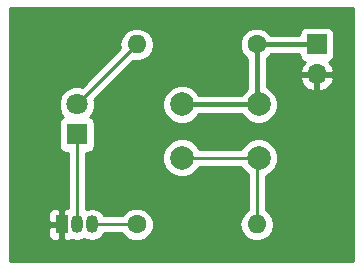
<source format=gtl>
G04 #@! TF.GenerationSoftware,KiCad,Pcbnew,(5.0.0)*
G04 #@! TF.CreationDate,2018-08-12T14:19:39+09:00*
G04 #@! TF.ProjectId,sample01,73616D706C6530312E6B696361645F70,rev?*
G04 #@! TF.SameCoordinates,PX40311b0PY3680a30*
G04 #@! TF.FileFunction,Copper,L1,Top,Signal*
G04 #@! TF.FilePolarity,Positive*
%FSLAX46Y46*%
G04 Gerber Fmt 4.6, Leading zero omitted, Abs format (unit mm)*
G04 Created by KiCad (PCBNEW (5.0.0)) date 08/12/18 14:19:39*
%MOMM*%
%LPD*%
G01*
G04 APERTURE LIST*
G04 #@! TA.AperFunction,ComponentPad*
%ADD10R,1.700000X1.700000*%
G04 #@! TD*
G04 #@! TA.AperFunction,ComponentPad*
%ADD11O,1.700000X1.700000*%
G04 #@! TD*
G04 #@! TA.AperFunction,ComponentPad*
%ADD12R,1.800000X1.800000*%
G04 #@! TD*
G04 #@! TA.AperFunction,ComponentPad*
%ADD13C,1.800000*%
G04 #@! TD*
G04 #@! TA.AperFunction,ComponentPad*
%ADD14O,1.050000X1.500000*%
G04 #@! TD*
G04 #@! TA.AperFunction,ComponentPad*
%ADD15R,1.050000X1.500000*%
G04 #@! TD*
G04 #@! TA.AperFunction,ComponentPad*
%ADD16O,1.600000X1.600000*%
G04 #@! TD*
G04 #@! TA.AperFunction,ComponentPad*
%ADD17C,1.600000*%
G04 #@! TD*
G04 #@! TA.AperFunction,ComponentPad*
%ADD18C,2.000000*%
G04 #@! TD*
G04 #@! TA.AperFunction,ViaPad*
%ADD19C,0.800000*%
G04 #@! TD*
G04 #@! TA.AperFunction,Conductor*
%ADD20C,0.250000*%
G04 #@! TD*
G04 #@! TA.AperFunction,Conductor*
%ADD21C,0.400000*%
G04 #@! TD*
G04 #@! TA.AperFunction,Conductor*
%ADD22C,0.254000*%
G04 #@! TD*
G04 APERTURE END LIST*
D10*
G04 #@! TO.P,J1,1*
G04 #@! TO.N,+5V*
X26670000Y19050000D03*
D11*
G04 #@! TO.P,J1,2*
G04 #@! TO.N,GND*
X26670000Y16510000D03*
G04 #@! TD*
D12*
G04 #@! TO.P,D1,1*
G04 #@! TO.N,Net-(D1-Pad1)*
X6350000Y11430000D03*
D13*
G04 #@! TO.P,D1,2*
G04 #@! TO.N,Net-(D1-Pad2)*
X6350000Y13970000D03*
G04 #@! TD*
D14*
G04 #@! TO.P,Q1,2*
G04 #@! TO.N,Net-(D1-Pad1)*
X6350000Y3810000D03*
G04 #@! TO.P,Q1,3*
G04 #@! TO.N,Net-(Q1-Pad3)*
X7620000Y3810000D03*
D15*
G04 #@! TO.P,Q1,1*
G04 #@! TO.N,GND*
X5080000Y3810000D03*
G04 #@! TD*
D16*
G04 #@! TO.P,R1,2*
G04 #@! TO.N,Net-(R1-Pad2)*
X21590000Y3810000D03*
D17*
G04 #@! TO.P,R1,1*
G04 #@! TO.N,Net-(Q1-Pad3)*
X11430000Y3810000D03*
G04 #@! TD*
G04 #@! TO.P,R2,1*
G04 #@! TO.N,+5V*
X21590000Y19050000D03*
D16*
G04 #@! TO.P,R2,2*
G04 #@! TO.N,Net-(D1-Pad2)*
X11430000Y19050000D03*
G04 #@! TD*
D18*
G04 #@! TO.P,SW1,2*
G04 #@! TO.N,Net-(R1-Pad2)*
X15240000Y9470000D03*
G04 #@! TO.P,SW1,1*
G04 #@! TO.N,+5V*
X15240000Y13970000D03*
G04 #@! TO.P,SW1,2*
G04 #@! TO.N,Net-(R1-Pad2)*
X21740000Y9470000D03*
G04 #@! TO.P,SW1,1*
G04 #@! TO.N,+5V*
X21740000Y13970000D03*
G04 #@! TD*
D19*
G04 #@! TO.N,GND*
X1270000Y3810000D03*
X1270000Y6350000D03*
X1270000Y8890000D03*
X1270000Y11430000D03*
X1270000Y13970000D03*
X1270000Y16510000D03*
X1270000Y19050000D03*
X1270000Y21590000D03*
X29210000Y21590000D03*
X26670000Y21590000D03*
X24130000Y21590000D03*
X21590000Y21590000D03*
X19050000Y21590000D03*
X16510000Y21590000D03*
X13970000Y21590000D03*
X11430000Y21590000D03*
X8890000Y21590000D03*
X6350000Y21590000D03*
X3810000Y21590000D03*
X3810000Y1270000D03*
X6350000Y1270000D03*
X8890000Y1270000D03*
X11430000Y1270000D03*
X13970000Y1270000D03*
X16510000Y1270000D03*
X19050000Y1270000D03*
X21590000Y1270000D03*
X24130000Y1270000D03*
X26670000Y1270000D03*
X29210000Y1270000D03*
X29210000Y3810000D03*
X29210000Y6350000D03*
X29210000Y8890000D03*
X29210000Y11430000D03*
X29210000Y13970000D03*
X29210000Y16510000D03*
X29210000Y19050000D03*
X1270000Y1270000D03*
G04 #@! TD*
D20*
G04 #@! TO.N,Net-(D1-Pad1)*
X6350000Y11430000D02*
X6350000Y3810000D01*
G04 #@! TO.N,Net-(D1-Pad2)*
X11430000Y19050000D02*
X6350000Y13970000D01*
G04 #@! TO.N,Net-(Q1-Pad3)*
X7620000Y3810000D02*
X11430000Y3810000D01*
G04 #@! TO.N,Net-(R1-Pad2)*
X21590000Y9320000D02*
X21740000Y9470000D01*
X21590000Y3810000D02*
X21590000Y9320000D01*
X20325787Y9470000D02*
X15240000Y9470000D01*
X21740000Y9470000D02*
X20325787Y9470000D01*
D21*
G04 #@! TO.N,+5V*
X26670000Y19050000D02*
X21590000Y19050000D01*
X21590000Y14120000D02*
X21740000Y13970000D01*
X21590000Y19050000D02*
X21590000Y14120000D01*
X21740000Y13970000D02*
X15240000Y13970000D01*
G04 #@! TD*
D22*
G04 #@! TO.N,GND*
G36*
X29770001Y710000D02*
X710000Y710000D01*
X710000Y3524250D01*
X3920000Y3524250D01*
X3920000Y2933690D01*
X4016673Y2700301D01*
X4195302Y2521673D01*
X4428691Y2425000D01*
X4794250Y2425000D01*
X4953000Y2583750D01*
X4953000Y3683000D01*
X4078750Y3683000D01*
X3920000Y3524250D01*
X710000Y3524250D01*
X710000Y4686310D01*
X3920000Y4686310D01*
X3920000Y4095750D01*
X4078750Y3937000D01*
X4953000Y3937000D01*
X4953000Y5036250D01*
X4794250Y5195000D01*
X4428691Y5195000D01*
X4195302Y5098327D01*
X4016673Y4919699D01*
X3920000Y4686310D01*
X710000Y4686310D01*
X710000Y12330000D01*
X4802560Y12330000D01*
X4802560Y10530000D01*
X4851843Y10282235D01*
X4992191Y10072191D01*
X5202235Y9931843D01*
X5450000Y9882560D01*
X5590000Y9882560D01*
X5590001Y5195000D01*
X5365750Y5195000D01*
X5207000Y5036250D01*
X5207000Y4234709D01*
X5190000Y4149245D01*
X5190000Y3470754D01*
X5207000Y3385290D01*
X5207000Y2583750D01*
X5365750Y2425000D01*
X5731309Y2425000D01*
X5896016Y2493224D01*
X5897392Y2492305D01*
X6350000Y2402275D01*
X6802609Y2492305D01*
X6985000Y2614175D01*
X7167392Y2492305D01*
X7620000Y2402275D01*
X8072609Y2492305D01*
X8456313Y2748687D01*
X8657643Y3050000D01*
X10191570Y3050000D01*
X10213466Y2997138D01*
X10617138Y2593466D01*
X11144561Y2375000D01*
X11715439Y2375000D01*
X12242862Y2593466D01*
X12646534Y2997138D01*
X12865000Y3524561D01*
X12865000Y4095439D01*
X12646534Y4622862D01*
X12242862Y5026534D01*
X11715439Y5245000D01*
X11144561Y5245000D01*
X10617138Y5026534D01*
X10213466Y4622862D01*
X10191570Y4570000D01*
X8657643Y4570000D01*
X8456313Y4871313D01*
X8072608Y5127695D01*
X7620000Y5217725D01*
X7167391Y5127695D01*
X7110000Y5089348D01*
X7110000Y9795222D01*
X13605000Y9795222D01*
X13605000Y9144778D01*
X13853914Y8543847D01*
X14313847Y8083914D01*
X14914778Y7835000D01*
X15565222Y7835000D01*
X16166153Y8083914D01*
X16626086Y8543847D01*
X16694909Y8710000D01*
X20285091Y8710000D01*
X20353914Y8543847D01*
X20813847Y8083914D01*
X20830001Y8077223D01*
X20830000Y5028044D01*
X20555423Y4844577D01*
X20238260Y4369909D01*
X20126887Y3810000D01*
X20238260Y3250091D01*
X20555423Y2775423D01*
X21030091Y2458260D01*
X21448667Y2375000D01*
X21731333Y2375000D01*
X22149909Y2458260D01*
X22624577Y2775423D01*
X22941740Y3250091D01*
X23053113Y3810000D01*
X22941740Y4369909D01*
X22624577Y4844577D01*
X22350000Y5028043D01*
X22350000Y7952959D01*
X22666153Y8083914D01*
X23126086Y8543847D01*
X23375000Y9144778D01*
X23375000Y9795222D01*
X23126086Y10396153D01*
X22666153Y10856086D01*
X22065222Y11105000D01*
X21414778Y11105000D01*
X20813847Y10856086D01*
X20353914Y10396153D01*
X20285091Y10230000D01*
X16694909Y10230000D01*
X16626086Y10396153D01*
X16166153Y10856086D01*
X15565222Y11105000D01*
X14914778Y11105000D01*
X14313847Y10856086D01*
X13853914Y10396153D01*
X13605000Y9795222D01*
X7110000Y9795222D01*
X7110000Y9882560D01*
X7250000Y9882560D01*
X7497765Y9931843D01*
X7707809Y10072191D01*
X7848157Y10282235D01*
X7897440Y10530000D01*
X7897440Y12330000D01*
X7848157Y12577765D01*
X7707809Y12787809D01*
X7497765Y12928157D01*
X7482092Y12931275D01*
X7651310Y13100493D01*
X7885000Y13664670D01*
X7885000Y14275330D01*
X7876761Y14295222D01*
X13605000Y14295222D01*
X13605000Y13644778D01*
X13853914Y13043847D01*
X14313847Y12583914D01*
X14914778Y12335000D01*
X15565222Y12335000D01*
X16166153Y12583914D01*
X16626086Y13043847D01*
X16663843Y13135000D01*
X20316157Y13135000D01*
X20353914Y13043847D01*
X20813847Y12583914D01*
X21414778Y12335000D01*
X22065222Y12335000D01*
X22666153Y12583914D01*
X23126086Y13043847D01*
X23375000Y13644778D01*
X23375000Y14295222D01*
X23126086Y14896153D01*
X22666153Y15356086D01*
X22425000Y15455975D01*
X22425000Y16153110D01*
X25228524Y16153110D01*
X25398355Y15743076D01*
X25788642Y15314817D01*
X26313108Y15068514D01*
X26543000Y15189181D01*
X26543000Y16383000D01*
X26797000Y16383000D01*
X26797000Y15189181D01*
X27026892Y15068514D01*
X27551358Y15314817D01*
X27941645Y15743076D01*
X28111476Y16153110D01*
X27990155Y16383000D01*
X26797000Y16383000D01*
X26543000Y16383000D01*
X25349845Y16383000D01*
X25228524Y16153110D01*
X22425000Y16153110D01*
X22425000Y17855604D01*
X22784396Y18215000D01*
X25172560Y18215000D01*
X25172560Y18200000D01*
X25221843Y17952235D01*
X25362191Y17742191D01*
X25572235Y17601843D01*
X25675708Y17581261D01*
X25398355Y17276924D01*
X25228524Y16866890D01*
X25349845Y16637000D01*
X26543000Y16637000D01*
X26543000Y16657000D01*
X26797000Y16657000D01*
X26797000Y16637000D01*
X27990155Y16637000D01*
X28111476Y16866890D01*
X27941645Y17276924D01*
X27664292Y17581261D01*
X27767765Y17601843D01*
X27977809Y17742191D01*
X28118157Y17952235D01*
X28167440Y18200000D01*
X28167440Y19900000D01*
X28118157Y20147765D01*
X27977809Y20357809D01*
X27767765Y20498157D01*
X27520000Y20547440D01*
X25820000Y20547440D01*
X25572235Y20498157D01*
X25362191Y20357809D01*
X25221843Y20147765D01*
X25172560Y19900000D01*
X25172560Y19885000D01*
X22784396Y19885000D01*
X22402862Y20266534D01*
X21875439Y20485000D01*
X21304561Y20485000D01*
X20777138Y20266534D01*
X20373466Y19862862D01*
X20155000Y19335439D01*
X20155000Y18764561D01*
X20373466Y18237138D01*
X20755000Y17855604D01*
X20755001Y15297240D01*
X20353914Y14896153D01*
X20316157Y14805000D01*
X16663843Y14805000D01*
X16626086Y14896153D01*
X16166153Y15356086D01*
X15565222Y15605000D01*
X14914778Y15605000D01*
X14313847Y15356086D01*
X13853914Y14896153D01*
X13605000Y14295222D01*
X7876761Y14295222D01*
X7839640Y14384839D01*
X11106114Y17651312D01*
X11288667Y17615000D01*
X11571333Y17615000D01*
X11989909Y17698260D01*
X12464577Y18015423D01*
X12781740Y18490091D01*
X12893113Y19050000D01*
X12781740Y19609909D01*
X12464577Y20084577D01*
X11989909Y20401740D01*
X11571333Y20485000D01*
X11288667Y20485000D01*
X10870091Y20401740D01*
X10395423Y20084577D01*
X10078260Y19609909D01*
X9966887Y19050000D01*
X10031312Y18726114D01*
X6764839Y15459640D01*
X6655330Y15505000D01*
X6044670Y15505000D01*
X5480493Y15271310D01*
X5048690Y14839507D01*
X4815000Y14275330D01*
X4815000Y13664670D01*
X5048690Y13100493D01*
X5217908Y12931275D01*
X5202235Y12928157D01*
X4992191Y12787809D01*
X4851843Y12577765D01*
X4802560Y12330000D01*
X710000Y12330000D01*
X710000Y22150000D01*
X29770000Y22150000D01*
X29770001Y710000D01*
X29770001Y710000D01*
G37*
X29770001Y710000D02*
X710000Y710000D01*
X710000Y3524250D01*
X3920000Y3524250D01*
X3920000Y2933690D01*
X4016673Y2700301D01*
X4195302Y2521673D01*
X4428691Y2425000D01*
X4794250Y2425000D01*
X4953000Y2583750D01*
X4953000Y3683000D01*
X4078750Y3683000D01*
X3920000Y3524250D01*
X710000Y3524250D01*
X710000Y4686310D01*
X3920000Y4686310D01*
X3920000Y4095750D01*
X4078750Y3937000D01*
X4953000Y3937000D01*
X4953000Y5036250D01*
X4794250Y5195000D01*
X4428691Y5195000D01*
X4195302Y5098327D01*
X4016673Y4919699D01*
X3920000Y4686310D01*
X710000Y4686310D01*
X710000Y12330000D01*
X4802560Y12330000D01*
X4802560Y10530000D01*
X4851843Y10282235D01*
X4992191Y10072191D01*
X5202235Y9931843D01*
X5450000Y9882560D01*
X5590000Y9882560D01*
X5590001Y5195000D01*
X5365750Y5195000D01*
X5207000Y5036250D01*
X5207000Y4234709D01*
X5190000Y4149245D01*
X5190000Y3470754D01*
X5207000Y3385290D01*
X5207000Y2583750D01*
X5365750Y2425000D01*
X5731309Y2425000D01*
X5896016Y2493224D01*
X5897392Y2492305D01*
X6350000Y2402275D01*
X6802609Y2492305D01*
X6985000Y2614175D01*
X7167392Y2492305D01*
X7620000Y2402275D01*
X8072609Y2492305D01*
X8456313Y2748687D01*
X8657643Y3050000D01*
X10191570Y3050000D01*
X10213466Y2997138D01*
X10617138Y2593466D01*
X11144561Y2375000D01*
X11715439Y2375000D01*
X12242862Y2593466D01*
X12646534Y2997138D01*
X12865000Y3524561D01*
X12865000Y4095439D01*
X12646534Y4622862D01*
X12242862Y5026534D01*
X11715439Y5245000D01*
X11144561Y5245000D01*
X10617138Y5026534D01*
X10213466Y4622862D01*
X10191570Y4570000D01*
X8657643Y4570000D01*
X8456313Y4871313D01*
X8072608Y5127695D01*
X7620000Y5217725D01*
X7167391Y5127695D01*
X7110000Y5089348D01*
X7110000Y9795222D01*
X13605000Y9795222D01*
X13605000Y9144778D01*
X13853914Y8543847D01*
X14313847Y8083914D01*
X14914778Y7835000D01*
X15565222Y7835000D01*
X16166153Y8083914D01*
X16626086Y8543847D01*
X16694909Y8710000D01*
X20285091Y8710000D01*
X20353914Y8543847D01*
X20813847Y8083914D01*
X20830001Y8077223D01*
X20830000Y5028044D01*
X20555423Y4844577D01*
X20238260Y4369909D01*
X20126887Y3810000D01*
X20238260Y3250091D01*
X20555423Y2775423D01*
X21030091Y2458260D01*
X21448667Y2375000D01*
X21731333Y2375000D01*
X22149909Y2458260D01*
X22624577Y2775423D01*
X22941740Y3250091D01*
X23053113Y3810000D01*
X22941740Y4369909D01*
X22624577Y4844577D01*
X22350000Y5028043D01*
X22350000Y7952959D01*
X22666153Y8083914D01*
X23126086Y8543847D01*
X23375000Y9144778D01*
X23375000Y9795222D01*
X23126086Y10396153D01*
X22666153Y10856086D01*
X22065222Y11105000D01*
X21414778Y11105000D01*
X20813847Y10856086D01*
X20353914Y10396153D01*
X20285091Y10230000D01*
X16694909Y10230000D01*
X16626086Y10396153D01*
X16166153Y10856086D01*
X15565222Y11105000D01*
X14914778Y11105000D01*
X14313847Y10856086D01*
X13853914Y10396153D01*
X13605000Y9795222D01*
X7110000Y9795222D01*
X7110000Y9882560D01*
X7250000Y9882560D01*
X7497765Y9931843D01*
X7707809Y10072191D01*
X7848157Y10282235D01*
X7897440Y10530000D01*
X7897440Y12330000D01*
X7848157Y12577765D01*
X7707809Y12787809D01*
X7497765Y12928157D01*
X7482092Y12931275D01*
X7651310Y13100493D01*
X7885000Y13664670D01*
X7885000Y14275330D01*
X7876761Y14295222D01*
X13605000Y14295222D01*
X13605000Y13644778D01*
X13853914Y13043847D01*
X14313847Y12583914D01*
X14914778Y12335000D01*
X15565222Y12335000D01*
X16166153Y12583914D01*
X16626086Y13043847D01*
X16663843Y13135000D01*
X20316157Y13135000D01*
X20353914Y13043847D01*
X20813847Y12583914D01*
X21414778Y12335000D01*
X22065222Y12335000D01*
X22666153Y12583914D01*
X23126086Y13043847D01*
X23375000Y13644778D01*
X23375000Y14295222D01*
X23126086Y14896153D01*
X22666153Y15356086D01*
X22425000Y15455975D01*
X22425000Y16153110D01*
X25228524Y16153110D01*
X25398355Y15743076D01*
X25788642Y15314817D01*
X26313108Y15068514D01*
X26543000Y15189181D01*
X26543000Y16383000D01*
X26797000Y16383000D01*
X26797000Y15189181D01*
X27026892Y15068514D01*
X27551358Y15314817D01*
X27941645Y15743076D01*
X28111476Y16153110D01*
X27990155Y16383000D01*
X26797000Y16383000D01*
X26543000Y16383000D01*
X25349845Y16383000D01*
X25228524Y16153110D01*
X22425000Y16153110D01*
X22425000Y17855604D01*
X22784396Y18215000D01*
X25172560Y18215000D01*
X25172560Y18200000D01*
X25221843Y17952235D01*
X25362191Y17742191D01*
X25572235Y17601843D01*
X25675708Y17581261D01*
X25398355Y17276924D01*
X25228524Y16866890D01*
X25349845Y16637000D01*
X26543000Y16637000D01*
X26543000Y16657000D01*
X26797000Y16657000D01*
X26797000Y16637000D01*
X27990155Y16637000D01*
X28111476Y16866890D01*
X27941645Y17276924D01*
X27664292Y17581261D01*
X27767765Y17601843D01*
X27977809Y17742191D01*
X28118157Y17952235D01*
X28167440Y18200000D01*
X28167440Y19900000D01*
X28118157Y20147765D01*
X27977809Y20357809D01*
X27767765Y20498157D01*
X27520000Y20547440D01*
X25820000Y20547440D01*
X25572235Y20498157D01*
X25362191Y20357809D01*
X25221843Y20147765D01*
X25172560Y19900000D01*
X25172560Y19885000D01*
X22784396Y19885000D01*
X22402862Y20266534D01*
X21875439Y20485000D01*
X21304561Y20485000D01*
X20777138Y20266534D01*
X20373466Y19862862D01*
X20155000Y19335439D01*
X20155000Y18764561D01*
X20373466Y18237138D01*
X20755000Y17855604D01*
X20755001Y15297240D01*
X20353914Y14896153D01*
X20316157Y14805000D01*
X16663843Y14805000D01*
X16626086Y14896153D01*
X16166153Y15356086D01*
X15565222Y15605000D01*
X14914778Y15605000D01*
X14313847Y15356086D01*
X13853914Y14896153D01*
X13605000Y14295222D01*
X7876761Y14295222D01*
X7839640Y14384839D01*
X11106114Y17651312D01*
X11288667Y17615000D01*
X11571333Y17615000D01*
X11989909Y17698260D01*
X12464577Y18015423D01*
X12781740Y18490091D01*
X12893113Y19050000D01*
X12781740Y19609909D01*
X12464577Y20084577D01*
X11989909Y20401740D01*
X11571333Y20485000D01*
X11288667Y20485000D01*
X10870091Y20401740D01*
X10395423Y20084577D01*
X10078260Y19609909D01*
X9966887Y19050000D01*
X10031312Y18726114D01*
X6764839Y15459640D01*
X6655330Y15505000D01*
X6044670Y15505000D01*
X5480493Y15271310D01*
X5048690Y14839507D01*
X4815000Y14275330D01*
X4815000Y13664670D01*
X5048690Y13100493D01*
X5217908Y12931275D01*
X5202235Y12928157D01*
X4992191Y12787809D01*
X4851843Y12577765D01*
X4802560Y12330000D01*
X710000Y12330000D01*
X710000Y22150000D01*
X29770000Y22150000D01*
X29770001Y710000D01*
G04 #@! TD*
M02*

</source>
